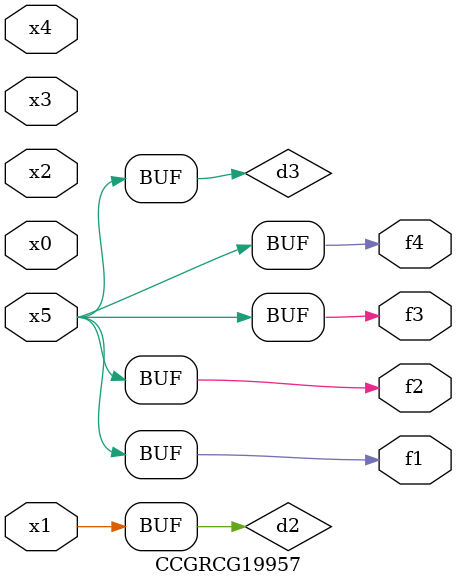
<source format=v>
module CCGRCG19957(
	input x0, x1, x2, x3, x4, x5,
	output f1, f2, f3, f4
);

	wire d1, d2, d3;

	not (d1, x5);
	or (d2, x1);
	xnor (d3, d1);
	assign f1 = d3;
	assign f2 = d3;
	assign f3 = d3;
	assign f4 = d3;
endmodule

</source>
